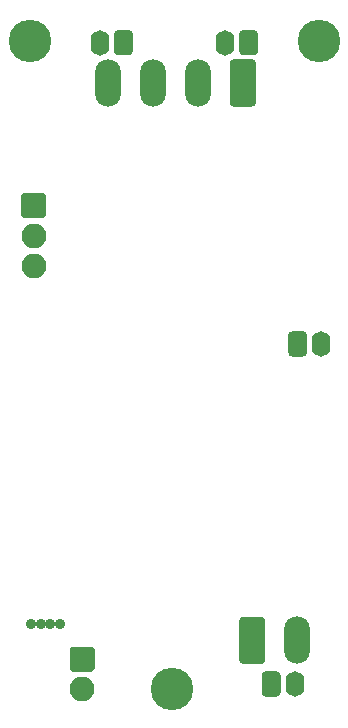
<source format=gbs>
G04 #@! TF.GenerationSoftware,KiCad,Pcbnew,5.1.9+dfsg1-1+deb11u1*
G04 #@! TF.CreationDate,2023-04-19T10:21:25+00:00*
G04 #@! TF.ProjectId,ModuleV450,4d6f6475-6c65-4563-9435-302e6b696361,rev?*
G04 #@! TF.SameCoordinates,Original*
G04 #@! TF.FileFunction,Soldermask,Bot*
G04 #@! TF.FilePolarity,Negative*
%FSLAX46Y46*%
G04 Gerber Fmt 4.6, Leading zero omitted, Abs format (unit mm)*
G04 Created by KiCad (PCBNEW 5.1.9+dfsg1-1+deb11u1) date 2023-04-19 10:21:25*
%MOMM*%
%LPD*%
G01*
G04 APERTURE LIST*
%ADD10C,0.900000*%
%ADD11O,2.100000X2.100000*%
%ADD12O,2.200000X4.000000*%
%ADD13O,1.600000X2.150000*%
%ADD14C,3.600000*%
G04 APERTURE END LIST*
D10*
X107217600Y-100087600D03*
X106417600Y-100087600D03*
X105617600Y-100087600D03*
X104817600Y-100087600D03*
D11*
X105017600Y-69767600D03*
X105017600Y-67227600D03*
G36*
G01*
X103967600Y-65537600D02*
X103967600Y-63837600D01*
G75*
G02*
X104167600Y-63637600I200000J0D01*
G01*
X105867600Y-63637600D01*
G75*
G02*
X106067600Y-63837600I0J-200000D01*
G01*
X106067600Y-65537600D01*
G75*
G02*
X105867600Y-65737600I-200000J0D01*
G01*
X104167600Y-65737600D01*
G75*
G02*
X103967600Y-65537600I0J200000D01*
G01*
G37*
D12*
X111287600Y-54287600D03*
X115097600Y-54287600D03*
X118907600Y-54287600D03*
G36*
G01*
X123817600Y-52593155D02*
X123817600Y-55982045D01*
G75*
G02*
X123512045Y-56287600I-305555J0D01*
G01*
X121923155Y-56287600D01*
G75*
G02*
X121617600Y-55982045I0J305555D01*
G01*
X121617600Y-52593155D01*
G75*
G02*
X121923155Y-52287600I305555J0D01*
G01*
X123512045Y-52287600D01*
G75*
G02*
X123817600Y-52593155I0J-305555D01*
G01*
G37*
X127327600Y-101487600D03*
G36*
G01*
X122417600Y-103182045D02*
X122417600Y-99793155D01*
G75*
G02*
X122723155Y-99487600I305555J0D01*
G01*
X124312045Y-99487600D01*
G75*
G02*
X124617600Y-99793155I0J-305555D01*
G01*
X124617600Y-103182045D01*
G75*
G02*
X124312045Y-103487600I-305555J0D01*
G01*
X122723155Y-103487600D01*
G75*
G02*
X122417600Y-103182045I0J305555D01*
G01*
G37*
D11*
X109117600Y-105627600D03*
G36*
G01*
X108067600Y-103937600D02*
X108067600Y-102237600D01*
G75*
G02*
X108267600Y-102037600I200000J0D01*
G01*
X109967600Y-102037600D01*
G75*
G02*
X110167600Y-102237600I0J-200000D01*
G01*
X110167600Y-103937600D01*
G75*
G02*
X109967600Y-104137600I-200000J0D01*
G01*
X108267600Y-104137600D01*
G75*
G02*
X108067600Y-103937600I0J200000D01*
G01*
G37*
D13*
X121217600Y-50887600D03*
G36*
G01*
X124017600Y-50145932D02*
X124017600Y-51629268D01*
G75*
G02*
X123684268Y-51962600I-333332J0D01*
G01*
X122750932Y-51962600D01*
G75*
G02*
X122417600Y-51629268I0J333332D01*
G01*
X122417600Y-50145932D01*
G75*
G02*
X122750932Y-49812600I333332J0D01*
G01*
X123684268Y-49812600D01*
G75*
G02*
X124017600Y-50145932I0J-333332D01*
G01*
G37*
X110617600Y-50887600D03*
G36*
G01*
X113417600Y-50145932D02*
X113417600Y-51629268D01*
G75*
G02*
X113084268Y-51962600I-333332J0D01*
G01*
X112150932Y-51962600D01*
G75*
G02*
X111817600Y-51629268I0J333332D01*
G01*
X111817600Y-50145932D01*
G75*
G02*
X112150932Y-49812600I333332J0D01*
G01*
X113084268Y-49812600D01*
G75*
G02*
X113417600Y-50145932I0J-333332D01*
G01*
G37*
X127117600Y-105187600D03*
G36*
G01*
X124317600Y-105929268D02*
X124317600Y-104445932D01*
G75*
G02*
X124650932Y-104112600I333332J0D01*
G01*
X125584268Y-104112600D01*
G75*
G02*
X125917600Y-104445932I0J-333332D01*
G01*
X125917600Y-105929268D01*
G75*
G02*
X125584268Y-106262600I-333332J0D01*
G01*
X124650932Y-106262600D01*
G75*
G02*
X124317600Y-105929268I0J333332D01*
G01*
G37*
X129367600Y-76387600D03*
G36*
G01*
X126567600Y-77129268D02*
X126567600Y-75645932D01*
G75*
G02*
X126900932Y-75312600I333332J0D01*
G01*
X127834268Y-75312600D01*
G75*
G02*
X128167600Y-75645932I0J-333332D01*
G01*
X128167600Y-77129268D01*
G75*
G02*
X127834268Y-77462600I-333332J0D01*
G01*
X126900932Y-77462600D01*
G75*
G02*
X126567600Y-77129268I0J333332D01*
G01*
G37*
D14*
X116757600Y-105637600D03*
X129167600Y-50737600D03*
X104667600Y-50737600D03*
M02*

</source>
